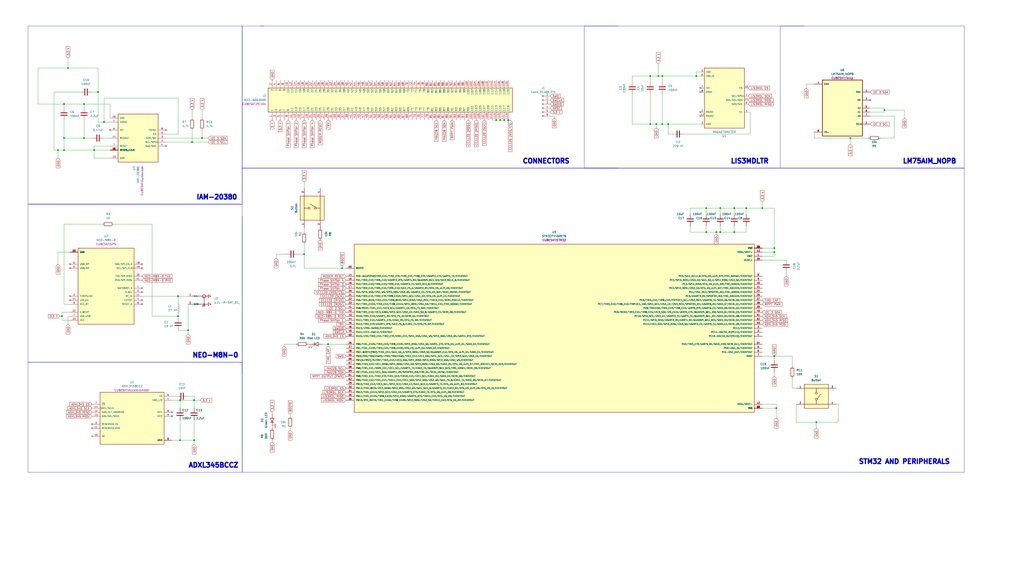
<source format=kicad_sch>
(kicad_sch (version 20230121) (generator eeschema)
  (paper "User" 650.011 359.994)
  (junction (at 466.09 132.08))
  (junction (at 412.75 48.26))
  (junction (at 518.16 267.97))
  (junction (at 420.37 78.74))
  (junction (at 416.56 78.74))
  (junction (at 492.76 259.08))
  (junction (at 491.49 226.06))
  (junction (at 561.34 69.85))
  (junction (at 53.34 87.63))
  (junction (at 119.38 209.55))
  (junction (at 113.03 187.96))
  (junction (at 128.27 87.63))
  (junction (at 457.2 147.32))
  (junction (at 43.18 43.18))
  (junction (at 114.3 254))
  (junction (at 457.2 132.08))
  (junction (at 113.03 200.66))
  (junction (at 491.49 160.02))
  (junction (at 121.92 90.17))
  (junction (at 412.75 78.74))
  (junction (at 424.18 78.74))
  (junction (at 123.19 254))
  (junction (at 193.04 161.29))
  (junction (at 454.66 147.32))
  (junction (at 114.3 279.4))
  (junction (at 36.83 95.25))
  (junction (at 473.71 132.08))
  (junction (at 40.64 66.04))
  (junction (at 317.5 76.2))
  (junction (at 322.58 76.2))
  (junction (at 466.09 147.32))
  (junction (at 39.37 200.66))
  (junction (at 66.04 77.47))
  (junction (at 62.23 58.42))
  (junction (at 539.75 87.63))
  (junction (at 217.17 170.18))
  (junction (at 208.28 218.44))
  (junction (at 320.04 76.2))
  (junction (at 59.69 95.25))
  (junction (at 40.64 87.63))
  (junction (at 53.34 66.04))
  (junction (at 123.19 279.4))
  (junction (at 441.96 48.26))
  (junction (at 40.64 95.25))
  (junction (at 417.83 48.26))
  (junction (at 448.31 132.08))
  (junction (at 314.96 76.2))
  (junction (at 491.49 157.48))
  (junction (at 448.31 147.32))
  (junction (at 420.37 48.26))
  (junction (at 483.87 132.08))
  (no_connect (at 90.17 167.64))
  (no_connect (at 44.45 167.64))
  (no_connect (at 109.22 261.62))
  (no_connect (at 90.17 193.04))
  (no_connect (at 90.17 182.88))
  (no_connect (at 90.17 190.5))
  (no_connect (at 552.45 63.5))
  (no_connect (at 444.5 71.12))
  (no_connect (at 69.85 82.55))
  (no_connect (at 444.5 55.88))
  (no_connect (at 58.42 269.24))
  (no_connect (at 44.45 187.96))
  (no_connect (at 44.45 190.5))
  (no_connect (at 444.5 73.66))
  (no_connect (at 90.17 185.42))
  (no_connect (at 44.45 170.18))
  (no_connect (at 105.41 92.71))
  (no_connect (at 444.5 58.42))
  (no_connect (at 105.41 82.55))
  (no_connect (at 109.22 264.16))
  (no_connect (at 58.42 271.78))
  (no_connect (at 90.17 170.18))
  (polyline (pts (xy 17.78 229.87) (xy 17.78 299.72)))
  (wire (pts (xy 416.56 78.74) (xy 420.37 78.74)))
  (wire (pts (xy 426.72 85.09) (xy 424.18 85.09)))
  (wire (pts (xy 53.34 68.58) (xy 53.34 66.04)))
  (wire (pts (xy 401.32 48.26) (xy 412.75 48.26)))
  (wire (pts (xy 113.03 209.55) (xy 119.38 209.55)))
  (wire (pts (xy 457.2 147.32) (xy 457.2 143.51)))
  (wire (pts (xy 448.31 135.89) (xy 448.31 132.08)))
  (wire (pts (xy 175.26 161.29) (xy 175.26 163.83)))
  (polyline (pts (xy 495.3 16.51) (xy 495.3 106.68)))
  (wire (pts (xy 473.71 135.89) (xy 473.71 132.08)))
  (wire (pts (xy 466.09 135.89) (xy 466.09 132.08)))
  (wire (pts (xy 444.5 45.72) (xy 441.96 45.72)))
  (wire (pts (xy 492.76 265.43) (xy 492.76 259.08)))
  (wire (pts (xy 105.41 85.09) (xy 113.03 85.09)))
  (wire (pts (xy 483.87 256.54) (xy 492.76 256.54)))
  (wire (pts (xy 119.38 209.55) (xy 119.38 212.09)))
  (wire (pts (xy 208.28 218.44) (xy 219.71 218.44)))
  (wire (pts (xy 105.41 90.17) (xy 121.92 90.17)))
  (wire (pts (xy 491.49 236.22) (xy 491.49 238.76)))
  (wire (pts (xy 189.23 161.29) (xy 193.04 161.29)))
  (wire (pts (xy 217.17 168.91) (xy 217.17 170.18)))
  (wire (pts (xy 505.46 267.97) (xy 518.16 267.97)))
  (polyline (pts (xy 17.78 229.87) (xy 17.78 129.54)))
  (wire (pts (xy 561.34 68.58) (xy 561.34 69.85)))
  (wire (pts (xy 40.64 76.2) (xy 40.64 87.63)))
  (wire (pts (xy 184.15 262.89) (xy 184.15 264.16)))
  (wire (pts (xy 24.13 43.18) (xy 43.18 43.18)))
  (wire (pts (xy 420.37 48.26) (xy 420.37 52.07)))
  (wire (pts (xy 66.04 77.47) (xy 69.85 77.47)))
  (wire (pts (xy 193.04 144.78) (xy 193.04 147.32)))
  (wire (pts (xy 417.83 40.64) (xy 417.83 48.26)))
  (wire (pts (xy 424.18 85.09) (xy 424.18 78.74)))
  (wire (pts (xy 195.58 218.44) (xy 196.85 218.44)))
  (wire (pts (xy 62.23 77.47) (xy 66.04 77.47)))
  (wire (pts (xy 416.56 78.74) (xy 416.56 81.28)))
  (wire (pts (xy 317.5 76.2) (xy 320.04 76.2)))
  (wire (pts (xy 34.29 95.25) (xy 36.83 95.25)))
  (wire (pts (xy 420.37 48.26) (xy 441.96 48.26)))
  (wire (pts (xy 483.87 162.56) (xy 491.49 162.56)))
  (wire (pts (xy 530.86 256.54) (xy 532.13 256.54)))
  (polyline (pts (xy 153.67 229.87) (xy 153.67 299.72)))
  (wire (pts (xy 438.15 132.08) (xy 438.15 135.89)))
  (wire (pts (xy 454.66 148.59) (xy 454.66 147.32)))
  (wire (pts (xy 123.19 251.46) (xy 123.19 254)))
  (wire (pts (xy 457.2 135.89) (xy 457.2 132.08)))
  (wire (pts (xy 34.29 58.42) (xy 50.8 58.42)))
  (wire (pts (xy 40.64 193.04) (xy 40.64 142.24)))
  (wire (pts (xy 24.13 66.04) (xy 40.64 66.04)))
  (wire (pts (xy 69.85 100.33) (xy 59.69 100.33)))
  (wire (pts (xy 66.04 62.23) (xy 66.04 77.47)))
  (wire (pts (xy 441.96 48.26) (xy 444.5 48.26)))
  (wire (pts (xy 121.92 69.85) (xy 121.92 74.93)))
  (wire (pts (xy 36.83 95.25) (xy 36.83 100.33)))
  (wire (pts (xy 105.41 87.63) (xy 128.27 87.63)))
  (wire (pts (xy 40.64 68.58) (xy 40.64 66.04)))
  (wire (pts (xy 539.75 87.63) (xy 516.89 87.63)))
  (wire (pts (xy 499.11 172.72) (xy 499.11 175.26)))
  (polyline (pts (xy 153.67 106.68) (xy 153.67 299.72)))
  (wire (pts (xy 483.87 165.1) (xy 499.11 165.1)))
  (wire (pts (xy 312.42 76.2) (xy 314.96 76.2)))
  (wire (pts (xy 320.04 76.2) (xy 322.58 76.2)))
  (wire (pts (xy 184.15 273.05) (xy 184.15 271.78)))
  (wire (pts (xy 434.34 85.09) (xy 476.25 85.09)))
  (polyline (pts (xy 612.14 16.51) (xy 612.14 106.68)))
  (wire (pts (xy 552.45 71.12) (xy 561.34 71.12)))
  (wire (pts (xy 113.03 85.09) (xy 113.03 62.23)))
  (wire (pts (xy 172.72 261.62) (xy 172.72 262.89)))
  (wire (pts (xy 574.04 69.85) (xy 574.04 74.93)))
  (wire (pts (xy 473.71 147.32) (xy 466.09 147.32)))
  (wire (pts (xy 448.31 132.08) (xy 438.15 132.08)))
  (wire (pts (xy 491.49 162.56) (xy 491.49 160.02)))
  (wire (pts (xy 193.04 161.29) (xy 193.04 170.18)))
  (wire (pts (xy 457.2 147.32) (xy 454.66 147.32)))
  (wire (pts (xy 539.75 87.63) (xy 539.75 91.44)))
  (wire (pts (xy 123.19 281.94) (xy 123.19 279.4)))
  (polyline (pts (xy 27.94 129.54) (xy 153.67 129.54)))
  (wire (pts (xy 401.32 78.74) (xy 412.75 78.74)))
  (wire (pts (xy 483.87 160.02) (xy 491.49 160.02)))
  (wire (pts (xy 505.46 256.54) (xy 505.46 267.97)))
  (wire (pts (xy 58.42 58.42) (xy 62.23 58.42)))
  (polyline (pts (xy 612.14 106.68) (xy 612.14 299.72)))
  (wire (pts (xy 539.75 87.63) (xy 551.18 87.63)))
  (wire (pts (xy 420.37 78.74) (xy 424.18 78.74)))
  (wire (pts (xy 483.87 157.48) (xy 491.49 157.48)))
  (wire (pts (xy 180.34 218.44) (xy 187.96 218.44)))
  (polyline (pts (xy 165.1 16.51) (xy 392.43 16.51)))
  (wire (pts (xy 40.64 87.63) (xy 40.64 95.25)))
  (wire (pts (xy 113.03 187.96) (xy 113.03 191.77)))
  (wire (pts (xy 53.34 87.63) (xy 58.42 87.63)))
  (polyline (pts (xy 153.67 16.51) (xy 17.78 16.51)))
  (wire (pts (xy 119.38 251.46) (xy 123.19 251.46)))
  (wire (pts (xy 420.37 59.69) (xy 420.37 78.74)))
  (wire (pts (xy 128.27 82.55) (xy 128.27 87.63)))
  (wire (pts (xy 561.34 69.85) (xy 561.34 71.12)))
  (polyline (pts (xy 153.67 137.16) (xy 153.67 237.49)))
  (wire (pts (xy 113.03 199.39) (xy 113.03 200.66)))
  (polyline (pts (xy 153.67 299.72) (xy 17.78 299.72)))
  (wire (pts (xy 518.16 267.97) (xy 532.13 267.97)))
  (wire (pts (xy 36.83 167.64) (xy 36.83 160.02)))
  (wire (pts (xy 172.72 271.78) (xy 172.72 270.51)))
  (polyline (pts (xy 17.78 229.87) (xy 153.67 229.87)))
  (wire (pts (xy 502.92 240.03) (xy 502.92 246.38)))
  (wire (pts (xy 36.83 95.25) (xy 40.64 95.25)))
  (wire (pts (xy 483.87 132.08) (xy 483.87 128.27)))
  (wire (pts (xy 561.34 69.85) (xy 574.04 69.85)))
  (wire (pts (xy 123.19 259.08) (xy 123.19 254)))
  (wire (pts (xy 62.23 43.18) (xy 62.23 58.42)))
  (wire (pts (xy 217.17 170.18) (xy 219.71 170.18)))
  (wire (pts (xy 53.34 66.04) (xy 40.64 66.04)))
  (polyline (pts (xy 612.14 299.72) (xy 153.67 299.72)))
  (polyline (pts (xy 153.67 106.68) (xy 612.14 106.68)))
  (wire (pts (xy 491.49 160.02) (xy 491.49 157.48)))
  (wire (pts (xy 66.04 62.23) (xy 113.03 62.23)))
  (wire (pts (xy 43.18 200.66) (xy 44.45 200.66)))
  (wire (pts (xy 193.04 115.57) (xy 193.04 119.38)))
  (wire (pts (xy 412.75 48.26) (xy 417.83 48.26)))
  (wire (pts (xy 424.18 78.74) (xy 444.5 78.74)))
  (wire (pts (xy 401.32 59.69) (xy 401.32 78.74)))
  (wire (pts (xy 62.23 58.42) (xy 62.23 77.47)))
  (wire (pts (xy 567.69 87.63) (xy 567.69 73.66)))
  (wire (pts (xy 24.13 43.18) (xy 24.13 66.04)))
  (wire (pts (xy 39.37 198.12) (xy 39.37 200.66)))
  (polyline (pts (xy 153.67 106.68) (xy 153.67 16.51)))
  (wire (pts (xy 417.83 48.26) (xy 420.37 48.26)))
  (wire (pts (xy 53.34 76.2) (xy 53.34 87.63)))
  (wire (pts (xy 128.27 87.63) (xy 132.08 87.63)))
  (wire (pts (xy 193.04 154.94) (xy 193.04 161.29)))
  (polyline (pts (xy 153.67 16.51) (xy 167.64 16.51)))
  (wire (pts (xy 44.45 198.12) (xy 39.37 198.12)))
  (wire (pts (xy 96.52 200.66) (xy 113.03 200.66)))
  (wire (pts (xy 558.8 87.63) (xy 567.69 87.63)))
  (polyline (pts (xy 520.7 106.68) (xy 370.84 106.68)))
  (wire (pts (xy 518.16 267.97) (xy 518.16 271.78)))
  (wire (pts (xy 208.28 218.44) (xy 208.28 219.71)))
  (wire (pts (xy 511.81 53.34) (xy 511.81 55.88)))
  (wire (pts (xy 502.92 246.38) (xy 505.46 246.38)))
  (wire (pts (xy 114.3 266.7) (xy 114.3 279.4)))
  (wire (pts (xy 40.64 95.25) (xy 59.69 95.25)))
  (wire (pts (xy 314.96 76.2) (xy 317.5 76.2)))
  (polyline (pts (xy 612.14 106.68) (xy 520.7 106.68)))
  (wire (pts (xy 128.27 69.85) (xy 128.27 74.93)))
  (wire (pts (xy 39.37 203.2) (xy 44.45 203.2)))
  (wire (pts (xy 96.52 142.24) (xy 96.52 200.66)))
  (wire (pts (xy 109.22 251.46) (xy 111.76 251.46)))
  (wire (pts (xy 119.38 193.04) (xy 119.38 209.55)))
  (polyline (pts (xy 17.78 16.51) (xy 17.78 129.54)))
  (polyline (pts (xy 392.43 106.68) (xy 153.67 106.68)))
  (wire (pts (xy 448.31 147.32) (xy 438.15 147.32)))
  (wire (pts (xy 412.75 78.74) (xy 416.56 78.74)))
  (wire (pts (xy 39.37 200.66) (xy 39.37 203.2)))
  (wire (pts (xy 123.19 266.7) (xy 123.19 279.4)))
  (wire (pts (xy 532.13 267.97) (xy 532.13 256.54)))
  (wire (pts (xy 69.85 92.71) (xy 59.69 92.71)))
  (wire (pts (xy 69.85 66.04) (xy 53.34 66.04)))
  (polyline (pts (xy 17.78 129.54) (xy 152.4 129.54)))
  (wire (pts (xy 474.98 71.12) (xy 476.25 71.12)))
  (wire (pts (xy 69.85 74.93) (xy 69.85 66.04)))
  (wire (pts (xy 351.79 73.66) (xy 351.79 74.93)))
  (wire (pts (xy 483.87 226.06) (xy 491.49 226.06)))
  (wire (pts (xy 40.64 193.04) (xy 44.45 193.04)))
  (wire (pts (xy 412.75 48.26) (xy 412.75 52.07)))
  (wire (pts (xy 114.3 279.4) (xy 123.19 279.4)))
  (wire (pts (xy 491.49 132.08) (xy 491.49 157.48)))
  (wire (pts (xy 483.87 259.08) (xy 492.76 259.08)))
  (wire (pts (xy 113.03 187.96) (xy 90.17 187.96)))
  (wire (pts (xy 204.47 218.44) (xy 208.28 218.44)))
  (wire (pts (xy 466.09 147.32) (xy 457.2 147.32)))
  (wire (pts (xy 121.92 82.55) (xy 121.92 90.17)))
  (wire (pts (xy 123.19 254) (xy 127 254)))
  (wire (pts (xy 473.71 132.08) (xy 483.87 132.08)))
  (polyline (pts (xy 19.05 129.54) (xy 153.67 129.54)))
  (wire (pts (xy 466.09 132.08) (xy 457.2 132.08)))
  (wire (pts (xy 492.76 256.54) (xy 492.76 259.08)))
  (wire (pts (xy 172.72 279.4) (xy 172.72 280.67)))
  (wire (pts (xy 59.69 100.33) (xy 59.69 95.25)))
  (wire (pts (xy 476.25 85.09) (xy 476.25 71.12)))
  (polyline (pts (xy 153.67 129.54) (xy 153.67 16.51)))
  (wire (pts (xy 66.04 87.63) (xy 69.85 87.63)))
  (wire (pts (xy 438.15 147.32) (xy 438.15 143.51)))
  (wire (pts (xy 401.32 48.26) (xy 401.32 52.07)))
  (wire (pts (xy 59.69 92.71) (xy 59.69 95.25)))
  (wire (pts (xy 322.58 76.2) (xy 323.85 76.2)))
  (wire (pts (xy 113.03 200.66) (xy 113.03 201.93)))
  (wire (pts (xy 567.69 73.66) (xy 552.45 73.66)))
  (wire (pts (xy 109.22 279.4) (xy 114.3 279.4)))
  (polyline (pts (xy 370.84 16.51) (xy 370.84 106.68)))
  (wire (pts (xy 473.71 143.51) (xy 473.71 147.32)))
  (polyline (pts (xy 17.78 129.54) (xy 27.94 129.54)))
  (polyline (pts (xy 495.3 16.51) (xy 612.14 16.51)))
  (wire (pts (xy 43.18 36.83) (xy 43.18 43.18)))
  (wire (pts (xy 36.83 160.02) (xy 44.45 160.02)))
  (wire (pts (xy 441.96 45.72) (xy 441.96 48.26)))
  (wire (pts (xy 454.66 147.32) (xy 448.31 147.32)))
  (wire (pts (xy 114.3 254) (xy 114.3 259.08)))
  (wire (pts (xy 119.38 187.96) (xy 113.03 187.96)))
  (wire (pts (xy 412.75 59.69) (xy 412.75 78.74)))
  (wire (pts (xy 552.45 68.58) (xy 561.34 68.58)))
  (wire (pts (xy 502.92 226.06) (xy 502.92 232.41)))
  (wire (pts (xy 72.39 142.24) (xy 96.52 142.24)))
  (wire (pts (xy 193.04 170.18) (xy 217.17 170.18)))
  (wire (pts (xy 491.49 226.06) (xy 491.49 228.6)))
  (wire (pts (xy 349.25 73.66) (xy 351.79 73.66)))
  (wire (pts (xy 457.2 132.08) (xy 448.31 132.08)))
  (wire (pts (xy 40.64 142.24) (xy 64.77 142.24)))
  (wire (pts (xy 40.64 87.63) (xy 53.34 87.63)))
  (wire (pts (xy 181.61 161.29) (xy 175.26 161.29)))
  (wire (pts (xy 516.89 53.34) (xy 511.81 53.34)))
  (wire (pts (xy 43.18 200.66) (xy 43.18 205.74)))
  (wire (pts (xy 114.3 254) (xy 123.19 254)))
  (wire (pts (xy 114.3 254) (xy 109.22 254)))
  (wire (pts (xy 483.87 132.08) (xy 491.49 132.08)))
  (wire (pts (xy 516.89 87.63) (xy 516.89 83.82)))
  (polyline (pts (xy 370.84 16.51) (xy 510.54 16.51)))
  (wire (pts (xy 491.49 226.06) (xy 502.92 226.06)))
  (wire (pts (xy 43.18 43.18) (xy 62.23 43.18)))
  (wire (pts (xy 466.09 147.32) (xy 466.09 143.51)))
  (wire (pts (xy 38.1 200.66) (xy 39.37 200.66)))
  (wire (pts (xy 121.92 90.17) (xy 132.08 90.17)))
  (polyline (pts (xy 153.67 229.87) (xy 17.78 229.87)))
  (wire (pts (xy 59.69 95.25) (xy 69.85 95.25)))
  (wire (pts (xy 180.34 219.71) (xy 180.34 218.44)))
  (wire (pts (xy 34.29 58.42) (xy 34.29 95.25)))
  (wire (pts (xy 448.31 147.32) (xy 448.31 143.51)))
  (wire (pts (xy 473.71 132.08) (xy 466.09 132.08)))
  (text "ADXL345BCCZ\n" (at 119.38 297.18 0) (effects (font (size 3 3) (thickness 2) bold) (justify left bottom)))
  (text "STM32 AND PERIPHERALS\n\n" (at 544.83 299.72 0) (effects (font (size 3 3) (thickness 2) bold) (justify left bottom)))
  (text "IAM-20380\n" (at 124.46 127 0) (effects (font (size 3 3) (thickness 2) bold) (justify left bottom)))
  (text "LIS3MDLTR" (at 463.55 104.14 0) (effects (font (size 3 3) (thickness 2) bold) (justify left bottom)))
  (text "CONNECTORS\n" (at 331.47 104.14 0) (effects (font (size 3 3) (thickness 2) bold) (justify left bottom)))
  (text "LM75AIM_NOPB" (at 572.77 104.14 0) (effects (font (size 3 3) (thickness 2) bold) (justify left bottom)))
  (text "NEO-M8N-0\n" (at 121.92 227.33 0) (effects (font (size 3 3) (thickness 2) bold) (justify left bottom)))
  (global_label "3.3 V" (shape input) (at 177.8 76.2 270) (property "Intersheetrefs" "${INTERSHEET_REFS}" (effects hide)))
  (global_label "INA226 SCL" (shape input) (at 219.71 233.68 180) (property "Intersheetrefs" "${INTERSHEET_REFS}" (effects hide)))
  (global_label "ADXL345 SCK" (shape input) (at 483.87 200.66 0) (property "Intersheetrefs" "${INTERSHEET_REFS}" (effects hide)))
  (global_label "3.3 V" (shape input) (at 349.25 71.12 0) (property "Intersheetrefs" "${INTERSHEET_REFS}" (effects hide)))
  (global_label "Phase Shifter 4" (shape input) (at 219.71 177.8 180) (property "Intersheetrefs" "${INTERSHEET_REFS}" (effects hide)))
  (global_label "LIS3MDL SCK" (shape input) (at 474.98 60.96 0) (property "Intersheetrefs" "${INTERSHEET_REFS}" (effects hide)))
  (global_label "GND" (shape input) (at 416.56 81.28 270) (property "Intersheetrefs" "${INTERSHEET_REFS}" (effects hide)))
  (global_label "SWO" (shape input) (at 349.25 60.96 0) (property "Intersheetrefs" "${INTERSHEET_REFS}" (effects hide)))
  (global_label "INA226 SCL" (shape input) (at 276.86 76.2 270) (property "Intersheetrefs" "${INTERSHEET_REFS}" (effects hide)))
  (global_label "CC1120 (MOSI)" (shape input) (at 297.18 76.2 270) (property "Intersheetrefs" "${INTERSHEET_REFS}" (effects hide)))
  (global_label "CC1120 (NSS{slash}CS)" (shape input) (at 323.85 76.2 270) (property "Intersheetrefs" "${INTERSHEET_REFS}" (effects hide)))
  (global_label "GND" (shape input) (at 180.34 219.71 270) (property "Intersheetrefs" "${INTERSHEET_REFS}" (effects hide)))
  (global_label "Phase Shifter 2" (shape input) (at 219.71 182.88 180) (property "Intersheetrefs" "${INTERSHEET_REFS}" (effects hide)))
  (global_label "NRST" (shape input) (at 491.49 226.06 90) (property "Intersheetrefs" "${INTERSHEET_REFS}" (effects hide)))
  (global_label "BOOT0" (shape input) (at 184.15 262.89 90) (property "Intersheetrefs" "${INTERSHEET_REFS}" (effects hide)))
  (global_label "NEO-M8N-0 TXD" (shape input) (at 90.17 175.26 0) (property "Intersheetrefs" "${INTERSHEET_REFS}" (effects hide)))
  (global_label "LIS3MDL CS" (shape input) (at 219.71 246.38 180) (property "Intersheetrefs" "${INTERSHEET_REFS}" (effects hide)))
  (global_label "3.3 V" (shape input) (at 127 254 0) (property "Intersheetrefs" "${INTERSHEET_REFS}" (effects hide)))
  (global_label "LIS3MDL MOSI" (shape input) (at 474.98 63.5 0) (property "Intersheetrefs" "${INTERSHEET_REFS}" (effects hide)))
  (global_label "3.3 V" (shape input) (at 417.83 40.64 90) (property "Intersheetrefs" "${INTERSHEET_REFS}" (effects hide)))
  (global_label "MODEM RESET" (shape input) (at 219.71 175.26 180) (property "Intersheetrefs" "${INTERSHEET_REFS}" (effects hide)))
  (global_label "GND" (shape input) (at 119.38 212.09 270) (property "Intersheetrefs" "${INTERSHEET_REFS}" (effects hide)))
  (global_label "BOOT0" (shape input) (at 217.17 168.91 90) (property "Intersheetrefs" "${INTERSHEET_REFS}" (effects hide)))
  (global_label "ADXL345 CS" (shape input) (at 219.71 213.36 180) (property "Intersheetrefs" "${INTERSHEET_REFS}" (effects hide)))
  (global_label "Phase Shifter 3" (shape input) (at 219.71 180.34 180) (property "Intersheetrefs" "${INTERSHEET_REFS}" (effects hide)))
  (global_label "ADXL345 MISO" (shape input) (at 483.87 203.2 0) (property "Intersheetrefs" "${INTERSHEET_REFS}" (effects hide)))
  (global_label "GND" (shape input) (at 175.26 163.83 270) (property "Intersheetrefs" "${INTERSHEET_REFS}" (effects hide)))
  (global_label "CC1120 (SCK)" (shape input) (at 219.71 187.96 180) (property "Intersheetrefs" "${INTERSHEET_REFS}" (effects hide)))
  (global_label "Phase Shifter 1" (shape input) (at 219.71 203.2 180) (property "Intersheetrefs" "${INTERSHEET_REFS}" (effects hide)))
  (global_label "GND" (shape input) (at 491.49 238.76 270) (property "Intersheetrefs" "${INTERSHEET_REFS}" (effects hide)))
  (global_label "ADXL345 MOSI" (shape input) (at 483.87 205.74 0) (property "Intersheetrefs" "${INTERSHEET_REFS}" (effects hide)))
  (global_label "GND" (shape input) (at 454.66 148.59 270) (property "Intersheetrefs" "${INTERSHEET_REFS}" (effects hide)))
  (global_label "GND" (shape input) (at 184.15 273.05 270) (property "Intersheetrefs" "${INTERSHEET_REFS}" (effects hide)))
  (global_label "GND" (shape input) (at 351.79 74.93 270) (property "Intersheetrefs" "${INTERSHEET_REFS}" (effects hide)))
  (global_label "I2C 3 SCL" (shape input) (at 552.45 78.74 0) (property "Intersheetrefs" "${INTERSHEET_REFS}" (effects hide)))
  (global_label "GND" (shape input) (at 499.11 175.26 270) (property "Intersheetrefs" "${INTERSHEET_REFS}" (effects hide)))
  (global_label "Phase Shifter 3" (shape input) (at 193.04 76.2 270) (property "Intersheetrefs" "${INTERSHEET_REFS}" (effects hide)))
  (global_label "5 V" (shape input) (at 172.72 76.2 270) (property "Intersheetrefs" "${INTERSHEET_REFS}" (effects hide)))
  (global_label "ADXL345 CS" (shape input) (at 58.42 256.54 180) (property "Intersheetrefs" "${INTERSHEET_REFS}" (effects hide)))
  (global_label "SWO" (shape input) (at 219.71 226.06 180) (property "Intersheetrefs" "${INTERSHEET_REFS}" (effects hide)))
  (global_label "3.3 V" (shape input) (at 483.87 128.27 90) (property "Intersheetrefs" "${INTERSHEET_REFS}" (effects hide)))
  (global_label "TIME CAP" (shape input) (at 483.87 190.5 0) (property "Intersheetrefs" "${INTERSHEET_REFS}" (effects hide)))
  (global_label "ADXL345 MOSI" (shape input) (at 58.42 264.16 180) (property "Intersheetrefs" "${INTERSHEET_REFS}" (effects hide)))
  (global_label "GND" (shape input) (at 36.83 100.33 270) (property "Intersheetrefs" "${INTERSHEET_REFS}" (effects hide)))
  (global_label "3.3 V" (shape input) (at 172.72 261.62 90) (property "Intersheetrefs" "${INTERSHEET_REFS}" (effects hide)))
  (global_label "CC1120 (NSS{slash}CS)" (shape input) (at 219.71 185.42 180) (property "Intersheetrefs" "${INTERSHEET_REFS}" (effects hide)))
  (global_label "TRX" (shape input) (at 208.28 76.2 270) (property "Intersheetrefs" "${INTERSHEET_REFS}" (effects hide)))
  (global_label "I2C 3 SCL" (shape input) (at 132.08 90.17 0) (property "Intersheetrefs" "${INTERSHEET_REFS}" (effects hide)))
  (global_label "GND" (shape input) (at 574.04 74.93 270) (property "Intersheetrefs" "${INTERSHEET_REFS}" (effects hide)))
  (global_label "INA226 SDA" (shape input) (at 281.94 76.2 270) (property "Intersheetrefs" "${INTERSHEET_REFS}" (effects hide)))
  (global_label "NRST" (shape input) (at 349.25 68.58 0) (property "Intersheetrefs" "${INTERSHEET_REFS}" (effects hide)))
  (global_label "GND" (shape input) (at 172.72 50.8 90) (property "Intersheetrefs" "${INTERSHEET_REFS}" (effects hide)))
  (global_label "GND" (shape input) (at 492.76 265.43 270) (property "Intersheetrefs" "${INTERSHEET_REFS}" (effects hide)))
  (global_label "CC1120 (SCK)" (shape input) (at 307.34 76.2 270) (property "Intersheetrefs" "${INTERSHEET_REFS}" (effects hide)))
  (global_label "LIS3MDL CS" (shape input) (at 474.98 55.88 0) (property "Intersheetrefs" "${INTERSHEET_REFS}" (effects hide)))
  (global_label "NEO-M8N-0 RXD" (shape input) (at 219.71 200.66 180) (property "Intersheetrefs" "${INTERSHEET_REFS}" (effects hide)))
  (global_label "INA226 SDA" (shape input) (at 219.71 236.22 180) (property "Intersheetrefs" "${INTERSHEET_REFS}" (effects hide)))
  (global_label "TRX" (shape input) (at 219.71 205.74 180) (property "Intersheetrefs" "${INTERSHEET_REFS}" (effects hide)))
  (global_label "GND" (shape input) (at 203.2 152.4 270) (property "Intersheetrefs" "${INTERSHEET_REFS}" (effects hide)))
  (global_label "I2C 3 SCL" (shape input) (at 219.71 195.58 180) (property "Intersheetrefs" "${INTERSHEET_REFS}" (effects hide)))
  (global_label "SWDIO" (shape input) (at 219.71 208.28 180) (property "Intersheetrefs" "${INTERSHEET_REFS}" (effects hide)))
  (global_label "LIS3MDL SCK" (shape input) (at 219.71 248.92 180) (property "Intersheetrefs" "${INTERSHEET_REFS}" (effects hide)))
  (global_label "3.3 V" (shape input) (at 539.75 91.44 270) (property "Intersheetrefs" "${INTERSHEET_REFS}" (effects hide)))
  (global_label "GND" (shape input) (at 518.16 271.78 270) (property "Intersheetrefs" "${INTERSHEET_REFS}" (effects hide)))
  (global_label "3.3 V" (shape input) (at 121.92 69.85 90) (property "Intersheetrefs" "${INTERSHEET_REFS}" (effects hide)))
  (global_label "LIS3MDL MISO" (shape input) (at 474.98 66.04 0) (property "Intersheetrefs" "${INTERSHEET_REFS}" (effects hide)))
  (global_label "ADXL345 MISO" (shape input) (at 58.42 261.62 180) (property "Intersheetrefs" "${INTERSHEET_REFS}" (effects hide)))
  (global_label "3.3 V" (shape input) (at 193.04 115.57 90) (property "Intersheetrefs" "${INTERSHEET_REFS}" (effects hide)))
  (global_label "LIS3MDL MOSI" (shape input) (at 219.71 254 180) (property "Intersheetrefs" "${INTERSHEET_REFS}" (effects hide)))
  (global_label "TIME CAP" (shape input) (at 208.28 219.71 270) (property "Intersheetrefs" "${INTERSHEET_REFS}" (effects hide)))
  (global_label "GND" (shape input) (at 43.18 205.74 270) (property "Intersheetrefs" "${INTERSHEET_REFS}" (effects hide)))
  (global_label "NEO-M8N-0 RXD" (shape input) (at 90.17 177.8 0) (property "Intersheetrefs" "${INTERSHEET_REFS}" (effects hide)))
  (global_label "MPPT PWM" (shape input) (at 287.02 76.2 270) (property "Intersheetrefs" "${INTERSHEET_REFS}" (effects hide)))
  (global_label "SWDIO" (shape input) (at 349.25 66.04 0) (property "Intersheetrefs" "${INTERSHEET_REFS}" (effects hide)))
  (global_label "MPPT OUTPUT (PWM)" (shape input) (at 219.71 238.76 180) (property "Intersheetrefs" "${INTERSHEET_REFS}" (effects hide)))
  (global_label "GND" (shape input) (at 36.83 167.64 270) (property "Intersheetrefs" "${INTERSHEET_REFS}" (effects hide)))
  (global_label "MODEM RESET" (shape input) (at 203.2 76.2 270) (property "Intersheetrefs" "${INTERSHEET_REFS}" (effects hide)))
  (global_label "Phase Shifter 1" (shape input) (at 182.88 76.2 270) (property "Intersheetrefs" "${INTERSHEET_REFS}" (effects hide)))
  (global_label "3.3 V" (shape input) (at 38.1 200.66 180) (property "Intersheetrefs" "${INTERSHEET_REFS}" (effects hide)))
  (global_label "MPPT PWM" (shape input) (at 483.87 193.04 0) (property "Intersheetrefs" "${INTERSHEET_REFS}" (effects hide)))
  (global_label "CC1120 (MOSI)" (shape input) (at 219.71 193.04 180) (property "Intersheetrefs" "${INTERSHEET_REFS}" (effects hide)))
  (global_label "I2C 3 SDA" (shape input) (at 132.08 87.63 0) (property "Intersheetrefs" "${INTERSHEET_REFS}" (effects hide)))
  (global_label "GND" (shape input) (at 172.72 280.67 270) (property "Intersheetrefs" "${INTERSHEET_REFS}" (effects hide)))
  (global_label "NEO-M8N-0 TXD" (shape input) (at 219.71 198.12 180) (property "Intersheetrefs" "${INTERSHEET_REFS}" (effects hide)))
  (global_label "ADXL345 SCK" (shape input) (at 58.42 259.08 180) (property "Intersheetrefs" "${INTERSHEET_REFS}" (effects hide)))
  (global_label "SWCLK" (shape input) (at 349.25 63.5 0) (property "Intersheetrefs" "${INTERSHEET_REFS}" (effects hide)))
  (global_label "LIS3MDL MISO" (shape input) (at 219.71 251.46 180) (property "Intersheetrefs" "${INTERSHEET_REFS}" (effects hide)))
  (global_label "3.3 V" (shape input) (at 43.18 36.83 90) (property "Intersheetrefs" "${INTERSHEET_REFS}" (effects hide)))
  (global_label "GND" (shape input) (at 123.19 281.94 270) (property "Intersheetrefs" "${INTERSHEET_REFS}" (effects hide)))
  (global_label "GND" (shape input) (at 511.81 55.88 270) (property "Intersheetrefs" "${INTERSHEET_REFS}" (effects hide)))
  (global_label "Phase Shifter 2" (shape input) (at 187.96 76.2 270) (property "Intersheetrefs" "${INTERSHEET_REFS}" (effects hide)))
  (global_label "3.3 V" (shape input) (at 128.27 69.85 90) (property "Intersheetrefs" "${INTERSHEET_REFS}" (effects hide)))
  (global_label "SWCLK" (shape input) (at 220.1713 210.6584 180) (property "Intersheetrefs" "${INTERSHEET_REFS}" (effects hide)))
  (global_label "CC1120 (MISO)" (shape input) (at 219.71 190.5 180) (property "Intersheetrefs" "${INTERSHEET_REFS}" (effects hide)))
  (global_label "I2C 3 SDA" (shape input) (at 552.45 58.42 0) (property "Intersheetrefs" "${INTERSHEET_REFS}" (effects hide)))
  (global_label "I2C 3 SDA" (shape input) (at 483.87 198.12 0) (property "Intersheetrefs" "${INTERSHEET_REFS}" (effects hide)))
  (global_label "Phase Shifter 4" (shape input) (at 198.12 76.2 270) (property "Intersheetrefs" "${INTERSHEET_REFS}" (effects hide)))
  (global_label "CC1120 (MISO)" (shape input) (at 302.26 76.2 270) (property "Intersheetrefs" "${INTERSHEET_REFS}" (effects hide)))
  (symbol (lib_id "CUBESAT:Button") (at 518.16 251.46 0) (unit 1)
    (property "Reference" "S1" (at 518.16 238.76 0))
    (property "Value" "Button" (at 518.16 241.3 0))
    (property "Footprint" "CUBESAT:Button" (effects hide))
  )
  (symbol (lib_id "Device:C") (at 430.53 85.09 90) (unit 1)
    (property "Reference" "C2" (at 430.53 90.17 90))
    (property "Value" "220 nF" (at 430.53 92.71 90))
    (property "Footprint" "CUBESAT:Capacitor220nf" (effects hide))
  )
  (symbol (lib_id "Device:R") (at 184.15 267.97 180) (unit 1)
    (property "Reference" "R1" (at 181.61 270.51 0) (effects (justify left)))
    (property "Value" "10k" (at 181.61 267.97 0) (effects (justify left)))
    (property "Footprint" "CUBESAT:Resistor10kO" (effects hide))
  )
  (symbol (lib_id "Device:C") (at 113.03 205.74 0) (unit 1)
    (property "Reference" "C1" (at 104.14 204.47 0) (effects (justify left)))
    (property "Value" "10 nF" (at 104.14 207.01 0) (effects (justify left)))
    (property "Footprint" "CUBESAT:Capacitor10nf" (effects hide))
  )
  (symbol (lib_id "CUBESAT:UFL") (at 129.54 190.5 0) (unit 1)
    (property "Reference" "J3" (at 135.89 189.484 0) (effects (justify left)))
    (property "Value" "U.FL-R-SMT_01_" (at 135.89 192.024 0) (effects (justify left)))
    (property "Footprint" "CUBESAT:UFL" (effects hide))
  )
  (symbol (lib_id "Device:C") (at 62.23 87.63 270) (unit 1)
    (property "Reference" "C9" (at 62.23 80.01 90))
    (property "Value" "0.47uF" (at 62.23 82.55 90))
    (property "Footprint" "CUBESAT:Capacitor0-47uf" (effects hide))
  )
  (symbol (lib_id "Device:LED") (at 200.66 218.44 0) (unit 1)
    (property "Reference" "D1" (at 199.0725 212.09 0))
    (property "Value" "Red LED" (at 199.0725 214.63 0))
    (property "Footprint" "CUBESAT:Red LED" (effects hide))
  )
  (symbol (lib_id "Device:R") (at 203.2 148.59 180) (unit 1)
    (property "Reference" "R8" (at 209.55 148.59 90))
    (property "Value" "10k" (at 207.01 148.59 90))
    (property "Footprint" "CUBESAT:Resistor10kO" (effects hide))
  )
  (symbol (lib_id "CUBESAT:Button") (at 198.12 132.08 90) (unit 1)
    (property "Reference" "S2" (at 185.42 132.08 0))
    (property "Value" "Button" (at 187.96 132.08 0))
    (property "Footprint" "CUBESAT:Button" (effects hide))
  )
  (symbol (lib_id "CUBESAT:Temp") (at 534.67 68.58 180) (unit 1)
    (property "Reference" "U6" (at 534.67 44.45 0))
    (property "Value" "LM75AIM_NOPB" (at 534.67 46.99 0))
    (property "Footprint" "CUBESAT:Temp" (at 534.67 49.53 0))
    (property "MF" "Texas Instruments" (effects hide))
    (property "Description" "\n2C industry standard temperature sensor, I2C/SMBus interface\n" (effects hide))
    (property "Package" "SOIC-8 Texas Instruments" (effects hide))
    (property "Price" "None" (effects hide))
    (property "MP" "LM75AIM/NOPB" (effects hide))
    (property "Availability" "In Stock" (effects hide))
  )
  (symbol (lib_id "Device:C") (at 473.71 139.7 0) (unit 1)
    (property "Reference" "C8" (at 471.17 138.43 0) (effects (justify right)))
    (property "Value" "100nF" (at 472.44 135.89 0) (effects (justify right)))
    (property "Footprint" "CUBESAT:Capacitor100nf" (effects hide))
  )
  (symbol (lib_id "Device:R") (at 554.99 87.63 90) (unit 1)
    (property "Reference" "R5" (at 554.99 92.71 90))
    (property "Value" "10k" (at 554.99 90.17 90))
    (property "Footprint" "CUBESAT:Resistor10kO" (effects hide))
  )
  (symbol (lib_id "CUBESAT:MAGNETOMETER") (at 459.74 60.96 0) (mirror y) (unit 1)
    (property "Reference" "U4" (at 459.74 86.36 0))
    (property "Value" "MAGNETOMETER" (at 459.74 83.82 0))
    (property "Footprint" "CUBESAT:MAGNETOMETER" (effects hide))
    (property "Description" "\nMagnetoresistive Sensor X, Y, Z Axis 12-LGA (2x2)\n" (effects hide))
  )
  (symbol (lib_id "Device:R") (at 191.77 218.44 270) (unit 1)
    (property "Reference" "R4" (at 191.77 212.09 90))
    (property "Value" "300" (at 191.77 214.63 90))
    (property "Footprint" "CUBESAT:Resistor300O" (effects hide))
  )
  (symbol (lib_id "Device:C") (at 114.3 262.89 0) (unit 1)
    (property "Reference" "C12" (at 115.57 260.35 0) (effects (justify left)))
    (property "Value" "100nF" (at 115.57 265.43 0) (effects (justify left)))
    (property "Footprint" "CUBESAT:Capacitor100nf" (effects hide))
  )
  (symbol (lib_id "Device:C") (at 115.57 251.46 90) (unit 1)
    (property "Reference" "C11" (at 115.57 243.84 90))
    (property "Value" "10nF" (at 115.57 246.38 90))
    (property "Footprint" "CUBESAT:Capacitor10nf" (effects hide))
  )
  (symbol (lib_id "Device:R") (at 121.92 78.74 0) (unit 1)
    (property "Reference" "R7" (at 115.57 77.47 0) (effects (justify left)))
    (property "Value" "4.7k" (at 115.57 80.01 0) (effects (justify left)))
    (property "Footprint" "CUBESAT:Resistor4.7kO" (effects hide))
  )
  (symbol (lib_id "Device:LED") (at 172.72 266.7 90) (unit 1)
    (property "Reference" "D2" (at 166.37 266.7 0))
    (property "Value" "Green LED" (at 168.91 266.7 0))
    (property "Footprint" "CUBESAT:Green LED" (effects hide))
  )
  (symbol (lib_id "Device:C") (at 448.31 139.7 0) (unit 1)
    (property "Reference" "C16" (at 445.77 138.43 0) (effects (justify right)))
    (property "Value" "100nF" (at 445.77 135.89 0) (effects (justify right)))
    (property "Footprint" "CUBESAT:Capacitor100nf" (effects hide))
  )
  (symbol (lib_id "CUBESAT:PC104") (at 172.72 76.2 90) (unit 1)
    (property "Reference" "J2" (at 168.91 60.96 90) (effects (justify left)))
    (property "Value" "M22-6003005" (at 168.91 63.5 90) (effects (justify left)))
    (property "Footprint" "CUBESAT:PC104" (at 168.91 66.04 90) (effects (justify left)))
    (property "Height" "9.35" (effects hide))
    (property "Manufacturer_Name" "Harwin" (effects hide))
    (property "Manufacturer_Part_Number" "M22-6003005" (effects hide))
  )
  (symbol (lib_id "CUBESAT:STM32") (at 351.79 208.28 0) (unit 1)
    (property "Reference" "U5" (at 351.79 147.32 0))
    (property "Value" "STM32F446RET6" (at 351.79 149.86 0))
    (property "Footprint" "CUBESAT:STM32" (at 351.79 152.4 0))
    (property "MF" "STMicroelectronics" (effects hide))
    (property "Description" "\nARM® Cortex®-M4 STM32F4 Microcontroller IC 32-Bit Single-Core 180MHz 512KB (512K x 8) FLASH 64-LQFP (10x10)\n" (effects hide))
    (property "Package" "LQFP-64 STMicroelectronics" (effects hide))
    (property "Price" "None" (effects hide))
    (property "STANDARD" "IPC-7351B" (effects hide))
    (property "PARTREV" "6" (effects hide))
    (property "MP" "STM32F446RET6" (effects hide))
    (property "Availability" "In Stock" (effects hide))
    (property "MANUFACTURER" "ST Microelectronics" (effects hide))
  )
  (symbol (lib_id "Device:L") (at 113.03 195.58 0) (unit 1)
    (property "Reference" "L1" (at 106.68 194.31 0) (effects (justify left)))
    (property "Value" "27 nH" (at 106.68 196.85 0) (effects (justify left)))
    (property "Footprint" "CUBESAT:Inductor27nH" (effects hide))
  )
  (symbol (lib_id "Device:R") (at 128.27 78.74 0) (unit 1)
    (property "Reference" "R13" (at 130.81 77.47 0) (effects (justify left)))
    (property "Value" "4.7k" (at 130.81 80.01 0) (effects (justify left)))
    (property "Footprint" "CUBESAT:Resistor4.7kO" (effects hide))
  )
  (symbol (lib_id "Device:R") (at 172.72 275.59 0) (unit 1)
    (property "Reference" "R6" (at 166.37 276.86 90))
    (property "Value" "300" (at 168.91 276.86 90))
    (property "Footprint" "CUBESAT:Resistor300O" (effects hide))
  )
  (symbol (lib_id "Device:C") (at 438.15 139.7 0) (unit 1)
    (property "Reference" "C17" (at 434.34 138.43 0) (effects (justify right)))
    (property "Value" "10uF" (at 434.34 135.89 0) (effects (justify right)))
    (property "Footprint" "CUBESAT:Capacitor10uf" (effects hide))
  )
  (symbol (lib_id "Device:C") (at 457.2 139.7 0) (unit 1)
    (property "Reference" "C15" (at 454.66 138.43 0) (effects (justify right)))
    (property "Value" "100nF" (at 454.66 135.89 0) (effects (justify right)))
    (property "Footprint" "CUBESAT:Capacitor100nf" (effects hide))
  )
  (symbol (lib_id "Device:C") (at 40.64 72.39 0) (unit 1)
    (property "Reference" "C6" (at 44.45 71.12 0) (effects (justify left)))
    (property "Value" "100nF" (at 44.45 73.66 0) (effects (justify left)))
    (property "Footprint" "CUBESAT:Capacitor100nf" (effects hide))
  )
  (symbol (lib_id "Device:C") (at 54.61 58.42 90) (unit 1)
    (property "Reference" "C10" (at 54.61 50.8 90))
    (property "Value" "100nF" (at 54.61 53.34 90))
    (property "Footprint" "CUBESAT:Capacitor100nf" (effects hide))
  )
  (symbol (lib_id "Device:R") (at 68.58 142.24 270) (unit 1)
    (property "Reference" "R3" (at 68.58 135.89 90))
    (property "Value" "10" (at 68.58 138.43 90))
    (property "Footprint" "CUBESAT:Resistor10O" (effects hide))
  )
  (symbol (lib_id "Connector:Conn_01x06_Pin") (at 344.17 66.04 0) (unit 1)
    (property "Reference" "J1" (at 344.805 55.88 0))
    (property "Value" "Conn_01x06_Pin" (at 344.805 58.42 0))
    (property "Footprint" "CUBESAT:6 Pin Connector" (effects hide))
  )
  (symbol (lib_id "Device:C") (at 123.19 262.89 0) (unit 1)
    (property "Reference" "C13" (at 124.46 260.35 0) (effects (justify left)))
    (property "Value" "2.2uF" (at 124.46 265.43 0) (effects (justify left)))
    (property "Footprint" "CUBESAT:Capacitor2-2uf" (effects hide))
  )
  (symbol (lib_id "Device:C") (at 185.42 161.29 90) (unit 1)
    (property "Reference" "C21" (at 187.96 168.91 90) (effects (justify left)))
    (property "Value" "100nF" (at 187.96 166.37 90) (effects (justify left)))
    (property "Footprint" "CUBESAT:Capacitor100nf" (effects hide))
  )
  (symbol (lib_id "CUBESAT:GPS") (at 67.31 182.88 180) (unit 1)
    (property "Reference" "U2" (at 67.31 149.86 0))
    (property "Value" "NEO-M8N-0" (at 67.31 152.4 0))
    (property "Footprint" "CUBESAT:GPS" (at 67.31 154.94 0))
    (property "MF" "U-Blox America" (effects hide))
    (property "Description" "\nseries RF Receiver BeiDou, Galileo, GLONASS, GNSS, GPS 1.575GHz -167dBm - - -\n" (effects hide))
    (property "Package" "SMD-24 U-Blox America Inc." (effects hide))
    (property "Price" "None" (effects hide))
    (property "STANDARD" "Manufacturer Recommendation" (effects hide))
    (property "PARTREV" "R04" (effects hide))
    (property "MP" "NEO-M8N-0" (effects hide))
    (property "Availability" "In Stock" (effects hide))
  )
  (symbol (lib_id "Device:C") (at 401.32 55.88 180) (unit 1)
    (property "Reference" "C3" (at 393.7 55.88 90))
    (property "Value" "100nF" (at 396.24 55.88 90))
    (property "Footprint" "CUBESAT:Capacitor100nf" (effects hide))
  )
  (symbol (lib_id "Device:C") (at 491.49 232.41 0) (unit 1)
    (property "Reference" "C19" (at 482.6 231.14 0) (effects (justify left)))
    (property "Value" "100nF" (at 482.6 233.68 0) (effects (justify left)))
    (property "Footprint" "CUBESAT:Capacitor100nf" (effects hide))
  )
  (symbol (lib_id "Device:C") (at 466.09 139.7 0) (unit 1)
    (property "Reference" "C14" (at 463.55 138.43 0) (effects (justify right)))
    (property "Value" "100nF" (at 464.3859 135.89 0) (effects (justify right)))
    (property "Footprint" "CUBESAT:Capacitor100nf" (effects hide))
  )
  (symbol (lib_id "Device:R") (at 193.04 151.13 180) (unit 1)
    (property "Reference" "R2" (at 190.5 148.59 90))
    (property "Value" "10k" (at 187.96 148.59 90))
    (property "Footprint" "CUBESAT:Resistor10kO" (effects hide))
  )
  (symbol (lib_id "Device:C") (at 53.34 72.39 0) (unit 1)
    (property "Reference" "C7" (at 57.15 71.12 0) (effects (justify left)))
    (property "Value" "2.2uF" (at 57.15 73.66 0) (effects (justify left)))
    (property "Footprint" "CUBESAT:Capacitor2-2uf" (effects hide))
  )
  (symbol (lib_id "Device:C") (at 499.11 168.91 180) (unit 1)
    (property "Reference" "C18" (at 504.19 168.91 90))
    (property "Value" "2.2uF" (at 506.73 168.91 90))
    (property "Footprint" "CUBESAT:Capacitor2-2uf" (effects hide))
  )
  (symbol (lib_id "Device:C") (at 420.37 55.88 180) (unit 1)
    (property "Reference" "C5" (at 424.18 54.61 0) (effects (justify right)))
    (property "Value" "100nF" (at 424.18 57.15 0) (effects (justify right)))
    (property "Footprint" "CUBESAT:Capacitor100nf" (effects hide))
  )
  (symbol (lib_id "Device:C") (at 412.75 55.88 180) (unit 1)
    (property "Reference" "C4" (at 405.13 55.88 90))
    (property "Value" "10uF" (at 407.67 55.88 90))
    (property "Footprint" "CUBESAT:Capacitor10uf" (effects hide))
  )
  (symbol (lib_id "CUBESAT:Accelerometer") (at 83.82 264.16 0) (unit 1)
    (property "Reference" "U1" (at 83.82 242.57 0))
    (property "Value" "ADXL345BCCZ" (at 83.82 245.11 0))
    (property "Footprint" "CUBESAT:Accelerometer" (at 83.82 247.65 0))
    (property "MF" "Analog Devices" (effects hide))
    (property "MAXIMUM_PACKAGE_HEIGHT" "1.00mm" (effects hide))
    (property "Package" "LGA -14 Analog Devices" (effects hide))
    (property "Price" "None" (effects hide))
    (property "STANDARD" "Manufacturer recommendations" (effects hide))
    (property "PARTREV" "G" (effects hide))
    (property "MP" "ADXL345BCCZ" (effects hide))
    (property "Description" "\n3-Axis, ±2 g/±4 g/±8 g/±16 g Digital Accelerometer\n" (effects hide))
    (property "MANUFACTURER" "Analog Devices" (effects hide))
    (property "Availability" "In Stock" (effects hide))
    (property "SNAPEDA_PN" "ADXL345BCCZ" (effects hide))
  )
  (symbol (lib_id "CUBESAT:Gyroscope") (at 87.63 87.63 0) (mirror y) (unit 1)
    (property "Reference" "U3" (at 85.09 105.41 90) (effects (justify right)))
    (property "Value" "IAM-20380" (at 87.63 105.41 90) (effects (justify right)))
    (property "Footprint" "CUBESAT:Gyroscope" (at 90.17 105.41 90) (effects (justify right)))
    (property "MF" "TDK InvenSense" (effects hide))
    (property "PACKAGE" "PQFN-16 TDK-InvenSense" (effects hide))
    (property "Package" "PQFN-16 TDK-InvenSense" (effects hide))
    (property "Price" "None" (effects hide))
    (property "PRICE" "None" (effects hide))
    (property "MP" "IAM-20380" (effects hide))
    (property "Availability" "In Stock" (effects hide))
    (property "AVAILABILITY" "Unavailable" (effects hide))
    (property "Description" "yroscope X (Pitch), Y (Roll), Z (Yaw) ±250, 500, 1000, 2000 27kHz I²C, SPI 16-LGA (3x3)\n" (effects hide))
  )
  (symbol (lib_id "Device:R") (at 502.92 236.22 180) (unit 1)
    (property "Reference" "R11" (at 505.46 234.95 0) (effects (justify right)))
    (property "Value" "100" (at 505.46 237.49 0) (effects (justify right)))
    (property "Footprint" "CUBESAT:Reistor100O" (effects hide))
  )
)
</source>
